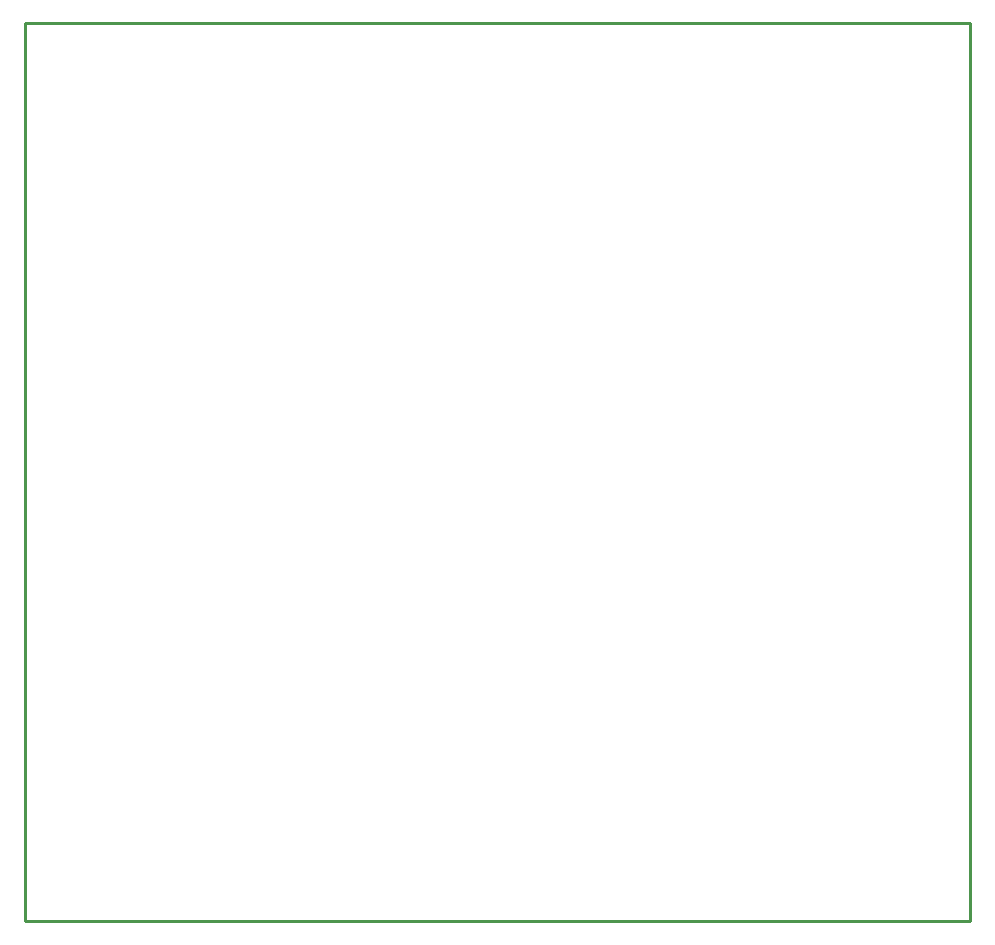
<source format=gko>
G04 Layer: BoardOutlineLayer*
G04 EasyEDA v6.5.50, 2025-05-30 20:44:05*
G04 89249954dcc5414fb4ee1276e004d1e2,618cf9a269824c858c8e39f74ea16190,10*
G04 Gerber Generator version 0.2*
G04 Scale: 100 percent, Rotated: No, Reflected: No *
G04 Dimensions in millimeters *
G04 leading zeros omitted , absolute positions ,4 integer and 5 decimal *
%FSLAX45Y45*%
%MOMM*%

%ADD10C,0.2540*%
%ADD11C,0.0190*%
D10*
X699998Y9299981D02*
G01*
X8699982Y9299981D01*
X8699982Y1699996D01*
X699998Y1699996D01*
X699998Y9299981D01*

%LPD*%
M02*

</source>
